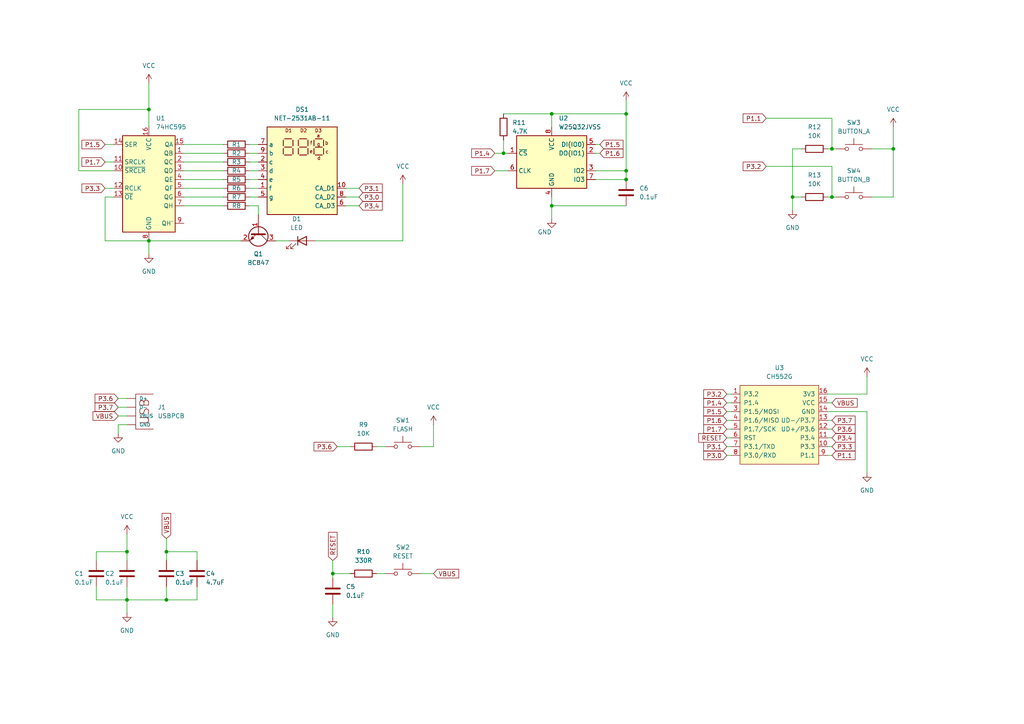
<source format=kicad_sch>
(kicad_sch (version 20211123) (generator eeschema)
  (paper "A4")
  (title_block (title "Password in a pinch") (date "2022-10-25") (rev "v.0.1") (comment 4 "Author: Jonathas Barbosa"))
  (lib_symbols
    (symbol "74xx:74HC595"
      (property "Reference" "U" (at -7.62 13.97 0))
      (property "Value" "74HC595" (at -7.62 -16.51 0))
      (symbol "74HC595_1_0"
        (pin tri_state line (at 10.16 7.62 180) (length 2.54) (name "QB") (number "1"))
        (pin input line (at -10.16 2.54 0) (length 2.54) (name "~{SRCLR}") (number "10"))
        (pin input line (at -10.16 5.08 0) (length 2.54) (name "SRCLK") (number "11"))
        (pin input line (at -10.16 -2.54 0) (length 2.54) (name "RCLK") (number "12"))
        (pin input line (at -10.16 -5.08 0) (length 2.54) (name "~{OE}") (number "13"))
        (pin input line (at -10.16 10.16 0) (length 2.54) (name "SER") (number "14"))
        (pin tri_state line (at 10.16 10.16 180) (length 2.54) (name "QA") (number "15"))
        (pin power_in line (at 0 15.24 270) (length 2.54) (name "VCC") (number "16"))
        (pin tri_state line (at 10.16 5.08 180) (length 2.54) (name "QC") (number "2"))
        (pin tri_state line (at 10.16 2.54 180) (length 2.54) (name "QD") (number "3"))
        (pin tri_state line (at 10.16 0 180) (length 2.54) (name "QE") (number "4"))
        (pin tri_state line (at 10.16 -2.54 180) (length 2.54) (name "QF") (number "5"))
        (pin tri_state line (at 10.16 -5.08 180) (length 2.54) (name "QG") (number "6"))
        (pin tri_state line (at 10.16 -7.62 180) (length 2.54) (name "QH") (number "7"))
        (pin power_in line (at 0 -17.78 90) (length 2.54) (name "GND") (number "8"))
        (pin output line (at 10.16 -12.7 180) (length 2.54) (name "QH'") (number "9"))
      )
      (symbol "74HC595_1_1"
        (rectangle (start -7.62 12.7) (end 7.62 -15.24) (stroke (width 0.254)) (fill (type background)))
      )
    )
    (symbol "CH55x:CH55xG" (pin_names (offset 1.016))
      (property "Reference" "U" (at 0 12.7 0))
      (property "Value" "CH55xG" (at 0 -12.7 0))
      (symbol "CH55xG_0_1"
        (rectangle (start -11.43 11.43) (end 11.43 -11.43) (fill (type background)))
      )
      (symbol "CH55xG_1_1"
        (pin input line (at -13.97 8.89 0) (length 2.54) (name "P3.2") (number "1"))
        (pin input line (at 13.97 -6.35 180) (length 2.54) (name "P3.3") (number "10"))
        (pin input line (at 13.97 -3.81 180) (length 2.54) (name "P3.4") (number "11"))
        (pin input line (at 13.97 -1.27 180) (length 2.54) (name "UD+/P3.6") (number "12"))
        (pin input line (at 13.97 1.27 180) (length 2.54) (name "UD-/P3.7") (number "13"))
        (pin power_in line (at 13.97 3.81 180) (length 2.54) (name "GND") (number "14"))
        (pin power_in line (at 13.97 6.35 180) (length 2.54) (name "VCC") (number "15"))
        (pin power_out line (at 13.97 8.89 180) (length 2.54) (name "3V3") (number "16"))
        (pin input line (at -13.97 6.35 0) (length 2.54) (name "P1.4") (number "2"))
        (pin input line (at -13.97 3.81 0) (length 2.54) (name "P1.5/MOSI") (number "3"))
        (pin input line (at -13.97 1.27 0) (length 2.54) (name "P1.6/MISO") (number "4"))
        (pin input line (at -13.97 -1.27 0) (length 2.54) (name "P1.7/SCK") (number "5"))
        (pin input line (at -13.97 -3.81 0) (length 2.54) (name "RST") (number "6"))
        (pin input line (at -13.97 -6.35 0) (length 2.54) (name "P3.1/TXD") (number "7"))
        (pin input line (at -13.97 -8.89 0) (length 2.54) (name "P3.0/RXD") (number "8"))
        (pin input line (at 13.97 -8.89 180) (length 2.54) (name "P1.1") (number "9"))
      )
    )
    (symbol "Device:C" (pin_numbers hide) (pin_names (offset 0.254))
      (property "Reference" "C" (at 0.635 2.54 0))
      (property "Value" "C" (at 0.635 -2.54 0))
      (symbol "C_0_1"
        (polyline (pts (xy -2.032 -0.762) (xy 2.032 -0.762)) (stroke (width 0.508)))
        (polyline (pts (xy -2.032 0.762) (xy 2.032 0.762)) (stroke (width 0.508)))
      )
      (symbol "C_1_1"
        (pin passive line (at 0 3.81 270) (length 2.794) (name "~") (number "1"))
        (pin passive line (at 0 -3.81 90) (length 2.794) (name "~") (number "2"))
      )
    )
    (symbol "Device:LED" (pin_numbers hide) (pin_names (offset 1.016) hide)
      (property "Reference" "D" (at 0 2.54 0))
      (property "Value" "LED" (at 0 -2.54 0))
      (symbol "LED_0_1"
        (polyline (pts (xy -1.27 -1.27) (xy -1.27 1.27)) (stroke (width 0.254)))
        (polyline (pts (xy -1.27 0) (xy 1.27 0)))
        (polyline (pts (xy 1.27 -1.27) (xy 1.27 1.27) (xy -1.27 0) (xy 1.27 -1.27)) (stroke (width 0.254)))
        (polyline (pts (xy -3.048 -0.762) (xy -4.572 -2.286) (xy -3.81 -2.286) (xy -4.572 -2.286) (xy -4.572 -1.524)))
        (polyline (pts (xy -1.778 -0.762) (xy -3.302 -2.286) (xy -2.54 -2.286) (xy -3.302 -2.286) (xy -3.302 -1.524)))
      )
      (symbol "LED_1_1"
        (pin passive line (at -3.81 0 0) (length 2.54) (name "K") (number "1"))
        (pin passive line (at 3.81 0 180) (length 2.54) (name "A") (number "2"))
      )
    )
    (symbol "Device:R" (pin_numbers hide) (pin_names (offset 0))
      (property "Reference" "R" (at 2.032 0 90))
      (property "Value" "R" (at 0 0 90))
      (symbol "R_0_1"
        (rectangle (start -1.016 -2.54) (end 1.016 2.54) (stroke (width 0.254)))
      )
      (symbol "R_1_1"
        (pin passive line (at 0 3.81 270) (length 1.27) (name "~") (number "1"))
        (pin passive line (at 0 -3.81 90) (length 1.27) (name "~") (number "2"))
      )
    )
    (symbol "Display_Character:NET-2531AB-11"
      (property "Reference" "DS" (at -8.89 13.97 0))
      (property "Value" "NET-2531AB-11" (at -2.794 -14.224 0))
      (symbol "NET-2531AB-11_0_0"
        (text "a" (at 4.7244 10.1854 0) (effects (font (size 0.9906 0.9906))))
        (text "b" (at 7.112 8.0772 0) (effects (font (size 0.9906 0.9906))))
        (text "c" (at 7.2136 5.5372 0) (effects (font (size 0.9906 0.9906))))
        (text "d" (at 4.8768 3.683 0) (effects (font (size 0.9906 0.9906))))
        (text "D1" (at -3.937 11.684 0) (effects (font (size 0.9906 0.9906))))
        (text "D2" (at 0.4173 11.6839 0) (effects (font (size 0.9906 0.9906))))
        (text "D3" (at 4.699 11.684 0) (effects (font (size 0.9906 0.9906))))
        (text "e" (at 2.6416 5.6388 0) (effects (font (size 0.9906 0.9906))))
        (text "f" (at 2.6416 8.1026 0) (effects (font (size 0.9906 0.9906))))
        (text "g" (at 4.7752 7.7216 0) (effects (font (size 0.9906 0.9906))))
      )
      (symbol "NET-2531AB-11_0_1"
        (rectangle (start -10.16 12.7) (end 10.16 -12.7) (stroke (width 0.254)) (fill (type background)))
        (polyline (pts (xy -5.461 4.826) (xy -5.461 6.477)) (stroke (width 0.254)))
        (polyline (pts (xy -5.461 7.239) (xy -5.461 8.89)) (stroke (width 0.254)))
        (polyline (pts (xy -5.08 4.572) (xy -3.048 4.572)) (stroke (width 0.254)))
        (polyline (pts (xy -5.08 6.858) (xy -3.048 6.858)) (stroke (width 0.254)))
        (polyline (pts (xy -5.08 9.271) (xy -3.048 9.271)) (stroke (width 0.254)))
        (polyline (pts (xy -2.667 4.826) (xy -2.667 6.477)) (stroke (width 0.254)))
        (polyline (pts (xy -2.667 7.239) (xy -2.667 8.89)) (stroke (width 0.254)))
        (polyline (pts (xy -1.1067 4.8259) (xy -1.1067 6.4769)) (stroke (width 0.254)))
        (polyline (pts (xy -1.1067 7.2389) (xy -1.1067 8.8899)) (stroke (width 0.254)))
        (polyline (pts (xy -0.7257 4.5719) (xy 1.3063 4.5719)) (stroke (width 0.254)))
        (polyline (pts (xy -0.7257 6.8579) (xy 1.3063 6.8579)) (stroke (width 0.254)))
        (polyline (pts (xy -0.7257 9.2709) (xy 1.3063 9.2709)) (stroke (width 0.254)))
        (polyline (pts (xy 1.6873 4.8259) (xy 1.6873 6.4769)) (stroke (width 0.254)))
        (polyline (pts (xy 1.6873 7.2389) (xy 1.6873 8.8899)) (stroke (width 0.254)))
        (polyline (pts (xy 3.429 4.826) (xy 3.429 6.477)) (stroke (width 0.254)))
        (polyline (pts (xy 3.429 7.239) (xy 3.429 8.89)) (stroke (width 0.254)))
        (polyline (pts (xy 3.81 4.572) (xy 5.842 4.572)) (stroke (width 0.254)))
        (polyline (pts (xy 3.81 6.858) (xy 5.842 6.858)) (stroke (width 0.254)))
        (polyline (pts (xy 3.81 9.271) (xy 5.842 9.271)) (stroke (width 0.254)))
        (polyline (pts (xy 6.223 4.826) (xy 6.223 6.477)) (stroke (width 0.254)))
        (polyline (pts (xy 6.223 7.239) (xy 6.223 8.89)) (stroke (width 0.254)))
      )
      (symbol "NET-2531AB-11_1_1"
        (pin input line (at -12.7 -5.08 0) (length 2.54) (name "f") (number "1"))
        (pin input line (at 12.7 -5.08 180) (length 2.54) (name "CA_D1") (number "10"))
        (pin input line (at -12.7 2.54 0) (length 2.54) (name "c") (number "2"))
        (pin input line (at -12.7 0 0) (length 2.54) (name "d") (number "3"))
        (pin input line (at -12.7 -2.54 0) (length 2.54) (name "e") (number "4"))
        (pin input line (at -12.7 -7.62 0) (length 2.54) (name "g") (number "5"))
        (pin input line (at 12.7 -10.16 180) (length 2.54) (name "CA_D3") (number "6"))
        (pin input line (at -12.7 7.62 0) (length 2.54) (name "a") (number "7"))
        (pin input line (at 12.7 -7.62 180) (length 2.54) (name "CA_D2") (number "8"))
        (pin input line (at -12.7 5.08 0) (length 2.54) (name "b") (number "9"))
      )
    )
    (symbol "Memory_Flash:W25Q32JVSS"
      (property "Reference" "U" (at -8.89 8.89 0))
      (property "Value" "W25Q32JVSS" (at 7.62 8.89 0))
      (symbol "W25Q32JVSS_0_1"
        (rectangle (start -10.16 7.62) (end 10.16 -7.62) (stroke (width 0.254)) (fill (type background)))
      )
      (symbol "W25Q32JVSS_1_1"
        (pin input line (at -12.7 2.54 0) (length 2.54) (name "~{CS}") (number "1"))
        (pin bidirectional line (at 12.7 2.54 180) (length 2.54) (name "DO(IO1)") (number "2"))
        (pin bidirectional line (at 12.7 -2.54 180) (length 2.54) (name "IO2") (number "3"))
        (pin power_in line (at 0 -10.16 90) (length 2.54) (name "GND") (number "4"))
        (pin bidirectional line (at 12.7 5.08 180) (length 2.54) (name "DI(IO0)") (number "5"))
        (pin input line (at -12.7 -2.54 0) (length 2.54) (name "CLK") (number "6"))
        (pin bidirectional line (at 12.7 -5.08 180) (length 2.54) (name "IO3") (number "7"))
        (pin power_in line (at 0 10.16 270) (length 2.54) (name "VCC") (number "8"))
      )
    )
    (symbol "SparkFun-Connectors:USBPCB" (pin_numbers hide) (pin_names (offset 1.016))
      (property "Reference" "J" (at 0 9.525 0))
      (property "Value" "USBPCB" (at 0 -3.81 0))
      (symbol "USBPCB_1_0"
        (polyline (pts (xy 0 -1.27) (xy 5.08 -1.27)))
        (polyline (pts (xy 0 8.89) (xy 0 -1.27)))
        (polyline (pts (xy 5.08 8.89) (xy 0 8.89)))
        (text "USB" (at 2.54 3.81 900) (effects (font (size 2.54 2.54))))
      )
      (symbol "USBPCB_1_1"
        (pin bidirectional line (at -2.54 2.54 0) (length 2.54) (name "VBUS") (number "5V"))
        (pin bidirectional line (at -2.54 0 0) (length 2.54) (name "GND") (number "GND"))
        (pin bidirectional line (at -2.54 7.62 0) (length 2.54) (name "D+") (number "USB_"))
        (pin bidirectional line (at -2.54 5.08 0) (length 2.54) (name "D-") (number "USB_"))
      )
    )
    (symbol "Switch:SW_MEC_5G" (pin_numbers hide) (pin_names (offset 1.016) hide)
      (property "Reference" "SW" (at 1.27 2.54 0))
      (property "Value" "SW_MEC_5G" (at 0 -1.524 0))
      (symbol "SW_MEC_5G_0_1"
        (circle (center -2.032 0) (radius 0.508))
        (polyline (pts (xy 0 1.27) (xy 0 3.048)))
        (polyline (pts (xy 2.54 1.27) (xy -2.54 1.27)))
        (circle (center 2.032 0) (radius 0.508))
        (pin passive line (at -5.08 0 0) (length 2.54) (name "A") (number "1"))
        (pin passive line (at 5.08 0 180) (length 2.54) (name "B") (number "3"))
      )
      (symbol "SW_MEC_5G_1_1"
        (pin passive line (at -5.08 0 0) (length 2.54) hide (name "A") (number "2"))
        (pin passive line (at 5.08 0 180) (length 2.54) hide (name "B") (number "4"))
      )
    )
    (symbol "Transistor_BJT:BC847" (pin_names (offset 0) hide)
      (property "Reference" "Q" (at 5.08 1.905 0))
      (property "Value" "BC847" (at 5.08 0 0))
      (symbol "BC847_0_1"
        (polyline (pts (xy 0.635 0.635) (xy 2.54 2.54)))
        (polyline (pts (xy 0.635 -0.635) (xy 2.54 -2.54) (xy 2.54 -2.54)))
        (polyline (pts (xy 0.635 1.905) (xy 0.635 -1.905) (xy 0.635 -1.905)) (stroke (width 0.508)))
        (polyline (pts (xy 1.27 -1.778) (xy 1.778 -1.27) (xy 2.286 -2.286) (xy 1.27 -1.778) (xy 1.27 -1.778)) (fill (type outline)))
        (circle (center 1.27 0) (radius 2.8194) (stroke (width 0.254)))
      )
      (symbol "BC847_1_1"
        (pin input line (at -5.08 0 0) (length 5.715) (name "B") (number "1"))
        (pin passive line (at 2.54 -5.08 90) (length 2.54) (name "E") (number "2"))
        (pin passive line (at 2.54 5.08 270) (length 2.54) (name "C") (number "3"))
      )
    )
    (symbol "power:GND" (power) (pin_names (offset 0))
      (property "Value" "GND" (at 0 -3.81 0))
      (symbol "GND_0_1"
        (polyline (pts (xy 0 0) (xy 0 -1.27) (xy 1.27 -1.27) (xy 0 -2.54) (xy -1.27 -1.27) (xy 0 -1.27)))
      )
      (symbol "GND_1_1"
        (pin power_in line (at 0 0 270) (length 0) hide (name "GND") (number "1"))
      )
    )
    (symbol "power:VCC" (power) (pin_names (offset 0))
      (property "Value" "VCC" (at 0 3.81 0))
      (symbol "VCC_0_1"
        (polyline (pts (xy -0.762 1.27) (xy 0 2.54)))
        (polyline (pts (xy 0 0) (xy 0 2.54)))
        (polyline (pts (xy 0 2.54) (xy 0.762 1.27)))
      )
      (symbol "VCC_1_1"
        (pin power_in line (at 0 0 90) (length 0) hide (name "VCC") (number "1"))
      )
    )
  )
  (junction (at 146.05 44.45))
  (junction (at 36.83 160.02))
  (junction (at 160.02 33.02))
  (junction (at 241.3 57.15))
  (junction (at 259.08 43.18))
  (junction (at 241.3 43.18))
  (junction (at 229.87 57.15))
  (junction (at 181.61 52.07))
  (junction (at 96.52 166.37))
  (junction (at 36.83 173.99))
  (junction (at 43.18 31.75))
  (junction (at 160.02 59.69))
  (junction (at 48.26 173.99))
  (junction (at 43.18 69.85))
  (junction (at 181.61 49.53))
  (junction (at 48.26 160.02))
  (junction (at 181.61 33.02))
  (wire (pts (xy 241.3 34.29) (xy 241.3 43.18)))
  (wire (pts (xy 72.39 41.91) (xy 74.93 41.91)))
  (wire (pts (xy 210.82 116.84) (xy 212.09 116.84)))
  (wire (pts (xy 48.26 156.21) (xy 48.26 160.02)))
  (wire (pts (xy 116.84 53.34) (xy 116.84 69.85)))
  (wire (pts (xy 53.34 54.61) (xy 64.77 54.61)))
  (wire (pts (xy 240.03 114.3) (xy 251.46 114.3)))
  (wire (pts (xy 72.39 49.53) (xy 74.93 49.53)))
  (wire (pts (xy 34.29 118.11) (xy 36.83 118.11)))
  (wire (pts (xy 53.34 52.07) (xy 64.77 52.07)))
  (wire (pts (xy 22.86 49.53) (xy 22.86 31.75)))
  (wire (pts (xy 30.48 41.91) (xy 33.02 41.91)))
  (wire (pts (xy 53.34 57.15) (xy 64.77 57.15)))
  (wire (pts (xy 43.18 69.85) (xy 43.18 73.66)))
  (wire (pts (xy 146.05 33.02) (xy 160.02 33.02)))
  (wire (pts (xy 57.15 160.02) (xy 48.26 160.02)))
  (wire (pts (xy 172.72 41.91) (xy 173.99 41.91)))
  (wire (pts (xy 241.3 48.26) (xy 241.3 57.15)))
  (wire (pts (xy 160.02 33.02) (xy 181.61 33.02)))
  (wire (pts (xy 72.39 57.15) (xy 74.93 57.15)))
  (wire (pts (xy 33.02 57.15) (xy 30.48 57.15)))
  (wire (pts (xy 160.02 59.69) (xy 160.02 63.5)))
  (wire (pts (xy 109.22 129.54) (xy 111.76 129.54)))
  (wire (pts (xy 43.18 31.75) (xy 43.18 36.83)))
  (wire (pts (xy 210.82 124.46) (xy 212.09 124.46)))
  (wire (pts (xy 57.15 170.18) (xy 57.15 173.99)))
  (wire (pts (xy 121.92 166.37) (xy 125.73 166.37)))
  (wire (pts (xy 34.29 120.65) (xy 36.83 120.65)))
  (wire (pts (xy 222.25 48.26) (xy 241.3 48.26)))
  (wire (pts (xy 160.02 36.83) (xy 160.02 33.02)))
  (wire (pts (xy 241.3 43.18) (xy 242.57 43.18)))
  (wire (pts (xy 53.34 44.45) (xy 64.77 44.45)))
  (wire (pts (xy 210.82 119.38) (xy 212.09 119.38)))
  (wire (pts (xy 181.61 33.02) (xy 181.61 49.53)))
  (wire (pts (xy 30.48 57.15) (xy 30.48 69.85)))
  (wire (pts (xy 240.03 124.46) (xy 241.3 124.46)))
  (wire (pts (xy 240.03 127) (xy 241.3 127)))
  (wire (pts (xy 125.73 123.19) (xy 125.73 129.54)))
  (wire (pts (xy 210.82 114.3) (xy 212.09 114.3)))
  (wire (pts (xy 53.34 41.91) (xy 64.77 41.91)))
  (wire (pts (xy 43.18 69.85) (xy 69.85 69.85)))
  (wire (pts (xy 210.82 132.08) (xy 212.09 132.08)))
  (wire (pts (xy 27.94 170.18) (xy 27.94 173.99)))
  (wire (pts (xy 36.83 154.94) (xy 36.83 160.02)))
  (wire (pts (xy 48.26 160.02) (xy 48.26 162.56)))
  (wire (pts (xy 72.39 46.99) (xy 74.93 46.99)))
  (wire (pts (xy 34.29 123.19) (xy 36.83 123.19)))
  (wire (pts (xy 232.41 43.18) (xy 229.87 43.18)))
  (wire (pts (xy 100.33 57.15) (xy 104.14 57.15)))
  (wire (pts (xy 241.3 57.15) (xy 242.57 57.15)))
  (wire (pts (xy 53.34 46.99) (xy 64.77 46.99)))
  (wire (pts (xy 100.33 59.69) (xy 104.14 59.69)))
  (wire (pts (xy 181.61 49.53) (xy 181.61 52.07)))
  (wire (pts (xy 210.82 127) (xy 212.09 127)))
  (wire (pts (xy 80.01 69.85) (xy 83.82 69.85)))
  (wire (pts (xy 27.94 162.56) (xy 27.94 160.02)))
  (wire (pts (xy 27.94 173.99) (xy 36.83 173.99)))
  (wire (pts (xy 125.73 129.54) (xy 121.92 129.54)))
  (wire (pts (xy 210.82 121.92) (xy 212.09 121.92)))
  (wire (pts (xy 22.86 31.75) (xy 43.18 31.75)))
  (wire (pts (xy 30.48 54.61) (xy 33.02 54.61)))
  (wire (pts (xy 57.15 173.99) (xy 48.26 173.99)))
  (wire (pts (xy 34.29 125.73) (xy 34.29 123.19)))
  (wire (pts (xy 160.02 59.69) (xy 181.61 59.69)))
  (wire (pts (xy 109.22 166.37) (xy 111.76 166.37)))
  (wire (pts (xy 143.51 49.53) (xy 147.32 49.53)))
  (wire (pts (xy 229.87 57.15) (xy 229.87 60.96)))
  (wire (pts (xy 34.29 115.57) (xy 36.83 115.57)))
  (wire (pts (xy 100.33 54.61) (xy 104.14 54.61)))
  (wire (pts (xy 30.48 46.99) (xy 33.02 46.99)))
  (wire (pts (xy 36.83 173.99) (xy 36.83 170.18)))
  (wire (pts (xy 36.83 160.02) (xy 36.83 162.56)))
  (wire (pts (xy 48.26 170.18) (xy 48.26 173.99)))
  (wire (pts (xy 181.61 33.02) (xy 181.61 29.21)))
  (wire (pts (xy 96.52 166.37) (xy 101.6 166.37)))
  (wire (pts (xy 33.02 49.53) (xy 22.86 49.53)))
  (wire (pts (xy 240.03 121.92) (xy 241.3 121.92)))
  (wire (pts (xy 172.72 49.53) (xy 181.61 49.53)))
  (wire (pts (xy 172.72 52.07) (xy 181.61 52.07)))
  (wire (pts (xy 72.39 54.61) (xy 74.93 54.61)))
  (wire (pts (xy 74.93 59.69) (xy 74.93 62.23)))
  (wire (pts (xy 72.39 52.07) (xy 74.93 52.07)))
  (wire (pts (xy 27.94 160.02) (xy 36.83 160.02)))
  (wire (pts (xy 160.02 57.15) (xy 160.02 59.69)))
  (wire (pts (xy 210.82 129.54) (xy 212.09 129.54)))
  (wire (pts (xy 43.18 24.13) (xy 43.18 31.75)))
  (wire (pts (xy 229.87 43.18) (xy 229.87 57.15)))
  (wire (pts (xy 146.05 40.64) (xy 146.05 44.45)))
  (wire (pts (xy 240.03 129.54) (xy 241.3 129.54)))
  (wire (pts (xy 259.08 57.15) (xy 252.73 57.15)))
  (wire (pts (xy 240.03 116.84) (xy 241.3 116.84)))
  (wire (pts (xy 252.73 43.18) (xy 259.08 43.18)))
  (wire (pts (xy 229.87 57.15) (xy 232.41 57.15)))
  (wire (pts (xy 53.34 49.53) (xy 64.77 49.53)))
  (wire (pts (xy 143.51 44.45) (xy 146.05 44.45)))
  (wire (pts (xy 240.03 132.08) (xy 241.3 132.08)))
  (wire (pts (xy 30.48 69.85) (xy 43.18 69.85)))
  (wire (pts (xy 96.52 166.37) (xy 96.52 167.64)))
  (wire (pts (xy 97.79 129.54) (xy 101.6 129.54)))
  (wire (pts (xy 48.26 173.99) (xy 36.83 173.99)))
  (wire (pts (xy 259.08 36.83) (xy 259.08 43.18)))
  (wire (pts (xy 72.39 44.45) (xy 74.93 44.45)))
  (wire (pts (xy 251.46 137.16) (xy 251.46 119.38)))
  (wire (pts (xy 222.25 34.29) (xy 241.3 34.29)))
  (wire (pts (xy 96.52 175.26) (xy 96.52 179.07)))
  (wire (pts (xy 259.08 43.18) (xy 259.08 57.15)))
  (wire (pts (xy 96.52 162.56) (xy 96.52 166.37)))
  (wire (pts (xy 57.15 162.56) (xy 57.15 160.02)))
  (wire (pts (xy 72.39 59.69) (xy 74.93 59.69)))
  (wire (pts (xy 172.72 44.45) (xy 173.99 44.45)))
  (wire (pts (xy 240.03 43.18) (xy 241.3 43.18)))
  (wire (pts (xy 240.03 57.15) (xy 241.3 57.15)))
  (wire (pts (xy 53.34 59.69) (xy 64.77 59.69)))
  (wire (pts (xy 36.83 173.99) (xy 36.83 177.8)))
  (wire (pts (xy 91.44 69.85) (xy 116.84 69.85)))
  (wire (pts (xy 146.05 44.45) (xy 147.32 44.45)))
  (wire (pts (xy 240.03 119.38) (xy 251.46 119.38)))
  (wire (pts (xy 251.46 109.22) (xy 251.46 114.3)))
  (global_label "P3.6" (shape input) (at 97.79 129.54 180) (property "Intersheet References" "${INTERSHEET_REFS}" (effects hide)))
  (global_label "P3.4" (shape input) (at 241.3 127 0) (property "Intersheet References" "${INTERSHEET_REFS}" (effects hide)))
  (global_label "P3.3" (shape input) (at 241.3 129.54 0) (property "Intersheet References" "${INTERSHEET_REFS}" (effects hide)))
  (global_label "P1.4" (shape input) (at 210.82 116.84 180) (property "Intersheet References" "${INTERSHEET_REFS}" (effects hide)))
  (global_label "P3.6" (shape input) (at 241.3 124.46 0) (property "Intersheet References" "${INTERSHEET_REFS}" (effects hide)))
  (global_label "P1.7" (shape input) (at 30.48 46.99 180) (property "Intersheet References" "${INTERSHEET_REFS}" (effects hide)))
  (global_label "RESET" (shape input) (at 210.82 127 180) (property "Intersheet References" "${INTERSHEET_REFS}" (effects hide)))
  (global_label "VBUS" (shape input) (at 125.73 166.37 0) (property "Intersheet References" "${INTERSHEET_REFS}" (effects hide)))
  (global_label "P3.3" (shape input) (at 30.48 54.61 180) (property "Intersheet References" "${INTERSHEET_REFS}" (effects hide)))
  (global_label "P3.1" (shape input) (at 104.14 54.61 0) (property "Intersheet References" "${INTERSHEET_REFS}" (effects hide)))
  (global_label "P3.2" (shape input) (at 222.25 48.26 180) (property "Intersheet References" "${INTERSHEET_REFS}" (effects hide)))
  (global_label "P1.6" (shape input) (at 173.99 44.45 0) (property "Intersheet References" "${INTERSHEET_REFS}" (effects hide)))
  (global_label "P3.4" (shape input) (at 104.14 59.69 0) (property "Intersheet References" "${INTERSHEET_REFS}" (effects hide)))
  (global_label "P1.1" (shape input) (at 222.25 34.29 180) (property "Intersheet References" "${INTERSHEET_REFS}" (effects hide)))
  (global_label "P3.2" (shape input) (at 210.82 114.3 180) (property "Intersheet References" "${INTERSHEET_REFS}" (effects hide)))
  (global_label "P3.7" (shape input) (at 241.3 121.92 0) (property "Intersheet References" "${INTERSHEET_REFS}" (effects hide)))
  (global_label "VBUS" (shape input) (at 34.29 120.65 180) (property "Intersheet References" "${INTERSHEET_REFS}" (effects hide)))
  (global_label "P1.5" (shape input) (at 30.48 41.91 180) (property "Intersheet References" "${INTERSHEET_REFS}" (effects hide)))
  (global_label "P1.1" (shape input) (at 241.3 132.08 0) (property "Intersheet References" "${INTERSHEET_REFS}" (effects hide)))
  (global_label "P1.5" (shape input) (at 210.82 119.38 180) (property "Intersheet References" "${INTERSHEET_REFS}" (effects hide)))
  (global_label "P3.0" (shape input) (at 210.82 132.08 180) (property "Intersheet References" "${INTERSHEET_REFS}" (effects hide)))
  (global_label "P1.6" (shape input) (at 210.82 121.92 180) (property "Intersheet References" "${INTERSHEET_REFS}" (effects hide)))
  (global_label "P1.5" (shape input) (at 173.99 41.91 0) (property "Intersheet References" "${INTERSHEET_REFS}" (effects hide)))
  (global_label "P3.7" (shape input) (at 34.29 118.11 180) (property "Intersheet References" "${INTERSHEET_REFS}" (effects hide)))
  (global_label "P3.0" (shape input) (at 104.14 57.15 0) (property "Intersheet References" "${INTERSHEET_REFS}" (effects hide)))
  (global_label "P1.4" (shape input) (at 143.51 44.45 180) (property "Intersheet References" "${INTERSHEET_REFS}" (effects hide)))
  (global_label "P3.1" (shape input) (at 210.82 129.54 180) (property "Intersheet References" "${INTERSHEET_REFS}" (effects hide)))
  (global_label "VBUS" (shape input) (at 241.3 116.84 0) (property "Intersheet References" "${INTERSHEET_REFS}" (effects hide)))
  (global_label "P1.7" (shape input) (at 210.82 124.46 180) (property "Intersheet References" "${INTERSHEET_REFS}" (effects hide)))
  (global_label "RESET" (shape input) (at 96.52 162.56 90) (property "Intersheet References" "${INTERSHEET_REFS}" (effects hide)))
  (global_label "P1.7" (shape input) (at 143.51 49.53 180) (property "Intersheet References" "${INTERSHEET_REFS}" (effects hide)))
  (global_label "VBUS" (shape input) (at 48.26 156.21 90) (property "Intersheet References" "${INTERSHEET_REFS}" (effects hide)))
  (global_label "P3.6" (shape input) (at 34.29 115.57 180) (property "Intersheet References" "${INTERSHEET_REFS}" (effects hide)))
  (symbol (lib_id "Device:R") (at 68.58 49.53 90) (unit 1)
    (property "Reference" "R4" (at 68.58 49.53 90))
    (property "Value" "1K" (effects hide))
    (property "Footprint" "Resistor_SMD:R_1206_3216Metric" (effects hide))
  )
  (symbol (lib_id "Device:C") (at 181.61 55.88 180) (unit 1)
    (property "Reference" "C6" (at 185.42 54.6099 0) (effects (justify right)))
    (property "Value" "0.1uF" (at 185.42 57.1499 0) (effects (justify right)))
    (property "Footprint" "Capacitor_SMD:C_1206_3216Metric" (effects hide))
  )
  (symbol (lib_id "Device:R") (at 105.41 166.37 90) (unit 1)
    (property "Reference" "R10" (at 105.41 160.02 90))
    (property "Value" "330R" (at 105.41 162.56 90))
    (property "Footprint" "Resistor_SMD:R_1206_3216Metric" (effects hide))
  )
  (symbol (lib_id "Device:R") (at 68.58 46.99 90) (unit 1)
    (property "Reference" "R3" (at 68.58 46.99 90))
    (property "Value" "1K" (effects hide))
    (property "Footprint" "Resistor_SMD:R_1206_3216Metric" (effects hide))
  )
  (symbol (lib_id "power:VCC") (at 125.73 123.19 0) (unit 1)
    (property "Reference" "#PWR0113" (effects hide))
    (property "Value" "VCC" (at 125.73 118.11 0))
  )
  (symbol (lib_id "Device:C") (at 36.83 166.37 0) (unit 1)
    (property "Reference" "C2" (at 30.48 166.37 0) (effects (justify left)))
    (property "Value" "0.1uF" (at 30.48 168.91 0) (effects (justify left)))
    (property "Footprint" "Capacitor_SMD:C_1206_3216Metric" (effects hide))
  )
  (symbol (lib_id "power:VCC") (at 259.08 36.83 0) (unit 1)
    (property "Reference" "#PWR0101" (effects hide))
    (property "Value" "VCC" (at 259.08 31.75 0))
  )
  (symbol (lib_id "74xx:74HC595") (at 43.18 52.07 0) (unit 1)
    (property "Reference" "U1" (at 45.1994 34.29 0) (effects (justify left)))
    (property "Value" "74HC595" (at 45.1994 36.83 0) (effects (justify left)))
    (property "Footprint" "Package_SO:SOP-16_3.9x9.9mm_P1.27mm" (effects hide))
    (property "Datasheet" "http://www.ti.com/lit/ds/symlink/sn74hc595.pdf" (effects hide))
  )
  (symbol (lib_id "Device:R") (at 68.58 57.15 90) (unit 1)
    (property "Reference" "R7" (at 68.58 57.15 90))
    (property "Value" "1K" (effects hide))
    (property "Footprint" "Resistor_SMD:R_1206_3216Metric" (effects hide))
  )
  (symbol (lib_id "Device:R") (at 68.58 44.45 90) (unit 1)
    (property "Reference" "R2" (at 68.58 44.45 90))
    (property "Value" "1K" (effects hide))
    (property "Footprint" "Resistor_SMD:R_1206_3216Metric" (effects hide))
  )
  (symbol (lib_id "Device:R") (at 146.05 36.83 0) (unit 1)
    (property "Reference" "R11" (at 148.59 35.5599 0) (effects (justify left)))
    (property "Value" "4.7K" (at 148.59 38.0999 0) (effects (justify left)))
    (property "Footprint" "Resistor_SMD:R_1206_3216Metric" (effects hide))
  )
  (symbol (lib_id "Device:C") (at 57.15 166.37 0) (unit 1)
    (property "Reference" "C4" (at 59.69 166.37 0) (effects (justify left)))
    (property "Value" "4.7uF" (at 59.69 168.91 0) (effects (justify left)))
    (property "Footprint" "Capacitor_SMD:C_1206_3216Metric" (effects hide))
  )
  (symbol (lib_id "power:GND") (at 96.52 179.07 0) (unit 1)
    (property "Reference" "#PWR0114" (effects hide))
    (property "Value" "GND" (at 96.52 184.15 0))
  )
  (symbol (lib_id "power:VCC") (at 36.83 154.94 0) (unit 1)
    (property "Reference" "#PWR0109" (effects hide))
    (property "Value" "VCC" (at 36.83 149.86 0))
  )
  (symbol (lib_id "Switch:SW_MEC_5G") (at 116.84 129.54 0) (unit 1)
    (property "Reference" "SW1" (at 116.84 121.92 0))
    (property "Value" "FLASH" (at 116.84 124.46 0))
    (property "Footprint" "Button_Switch_SMD:SW_Push_1P1T_NO_6x6mm_H9.5mm" (effects hide))
    (property "Datasheet" "http://www.apem.com/int/index.php?controller=attachment&id_attachment=488" (effects hide))
  )
  (symbol (lib_id "power:VCC") (at 116.84 53.34 0) (unit 1)
    (property "Reference" "#PWR0108" (effects hide))
    (property "Value" "VCC" (at 116.84 48.26 0))
  )
  (symbol (lib_id "Switch:SW_MEC_5G") (at 247.65 57.15 0) (unit 1)
    (property "Reference" "SW4" (at 247.65 49.53 0))
    (property "Value" "BUTTON_B" (at 247.65 52.07 0))
    (property "Footprint" "Button_Switch_SMD:SW_Push_1P1T_NO_6x6mm_H9.5mm" (effects hide))
    (property "Datasheet" "http://www.apem.com/int/index.php?controller=attachment&id_attachment=488" (effects hide))
  )
  (symbol (lib_id "Device:R") (at 68.58 52.07 90) (unit 1)
    (property "Reference" "R5" (at 68.58 52.07 90))
    (property "Value" "1K" (effects hide))
    (property "Footprint" "Resistor_SMD:R_1206_3216Metric" (effects hide))
  )
  (symbol (lib_id "power:GND") (at 36.83 177.8 0) (unit 1)
    (property "Reference" "#PWR0110" (effects hide))
    (property "Value" "GND" (at 36.83 182.88 0))
  )
  (symbol (lib_id "Device:R") (at 236.22 57.15 90) (unit 1)
    (property "Reference" "R13" (at 236.22 50.8 90))
    (property "Value" "10K" (at 236.22 53.34 90))
    (property "Footprint" "Resistor_SMD:R_1206_3216Metric" (effects hide))
  )
  (symbol (lib_id "Transistor_BJT:BC847") (at 74.93 67.31 270) (unit 1)
    (property "Reference" "Q1" (at 74.93 73.66 90))
    (property "Value" "BC847" (at 74.93 76.2 90))
    (property "Footprint" "Package_TO_SOT_SMD:SOT-23" (effects hide))
    (property "Datasheet" "http://www.infineon.com/dgdl/Infineon-BC847SERIES_BC848SERIES_BC849SERIES_BC850SERIES-DS-v01_01-en.pdf?fileId=db3a304314dca389011541d4630a1657" (effects hide))
  )
  (symbol (lib_id "power:VCC") (at 251.46 109.22 0) (unit 1)
    (property "Reference" "#PWR0105" (effects hide))
    (property "Value" "VCC" (at 251.46 104.14 0))
  )
  (symbol (lib_id "Device:R") (at 68.58 59.69 90) (unit 1)
    (property "Reference" "R8" (at 68.58 59.69 90))
    (property "Value" "1K" (effects hide))
    (property "Footprint" "Resistor_SMD:R_1206_3216Metric" (effects hide))
  )
  (symbol (lib_id "SparkFun-Connectors:USBPCB") (at 39.37 123.19 0) (unit 1)
    (property "Reference" "J1" (at 45.72 118.1099 0) (effects (justify left)))
    (property "Value" "USBPCB" (at 45.72 120.6499 0) (effects (justify left)))
    (property "Footprint" "SparkFun-Connectors:USB-A-PCB" (effects hide))
  )
  (symbol (lib_id "power:GND") (at 34.29 125.73 0) (unit 1)
    (property "Reference" "#PWR0104" (effects hide))
    (property "Value" "GND" (at 34.29 130.81 0))
  )
  (symbol (lib_id "CH55x:CH55xG") (at 226.06 123.19 0) (unit 1)
    (property "Reference" "U3" (at 226.06 106.68 0))
    (property "Value" "CH552G" (at 226.06 109.22 0))
    (property "Footprint" "Package_SO:SOP-16_3.9x9.9mm_P1.27mm" (effects hide))
  )
  (symbol (lib_id "Device:R") (at 236.22 43.18 90) (unit 1)
    (property "Reference" "R12" (at 236.22 36.83 90))
    (property "Value" "10K" (at 236.22 39.37 90))
    (property "Footprint" "Resistor_SMD:R_1206_3216Metric" (effects hide))
  )
  (symbol (lib_id "Memory_Flash:W25Q32JVSS") (at 160.02 46.99 0) (unit 1)
    (property "Reference" "U2" (at 162.0394 34.29 0) (effects (justify left)))
    (property "Value" "W25Q32JVSS" (at 162.0394 36.83 0) (effects (justify left)))
    (property "Footprint" "Package_SO:SOIC-8_5.23x5.23mm_P1.27mm" (effects hide))
    (property "Datasheet" "http://www.winbond.com/resource-files/w25q32jv%20revg%2003272018%20plus.pdf" (effects hide))
  )
  (symbol (lib_id "Switch:SW_MEC_5G") (at 116.84 166.37 0) (unit 1)
    (property "Reference" "SW2" (at 116.84 158.75 0))
    (property "Value" "RESET" (at 116.84 161.29 0))
    (property "Footprint" "Button_Switch_SMD:SW_Push_1P1T_NO_6x6mm_H9.5mm" (effects hide))
    (property "Datasheet" "http://www.apem.com/int/index.php?controller=attachment&id_attachment=488" (effects hide))
  )
  (symbol (lib_id "power:GND") (at 229.87 60.96 0) (unit 1)
    (property "Reference" "#PWR0102" (effects hide))
    (property "Value" "GND" (at 229.87 66.04 0))
  )
  (symbol (lib_id "Device:C") (at 27.94 166.37 0) (unit 1)
    (property "Reference" "C1" (at 21.59 166.37 0) (effects (justify left)))
    (property "Value" "0.1uF" (at 21.59 168.91 0) (effects (justify left)))
    (property "Footprint" "Capacitor_SMD:C_1206_3216Metric" (effects hide))
  )
  (symbol (lib_id "Device:R") (at 68.58 41.91 90) (unit 1)
    (property "Reference" "R1" (at 68.58 41.91 90))
    (property "Value" "1K" (effects hide))
    (property "Footprint" "Resistor_SMD:R_1206_3216Metric" (effects hide))
  )
  (symbol (lib_id "power:VCC") (at 181.61 29.21 0) (unit 1)
    (property "Reference" "#PWR0111" (effects hide))
    (property "Value" "VCC" (at 181.61 24.13 0))
  )
  (symbol (lib_id "Switch:SW_MEC_5G") (at 247.65 43.18 0) (unit 1)
    (property "Reference" "SW3" (at 247.65 35.56 0))
    (property "Value" "BUTTON_A" (at 247.65 38.1 0))
    (property "Footprint" "Button_Switch_SMD:SW_Push_1P1T_NO_6x6mm_H9.5mm" (effects hide))
    (property "Datasheet" "http://www.apem.com/int/index.php?controller=attachment&id_attachment=488" (effects hide))
  )
  (symbol (lib_id "Device:LED") (at 87.63 69.85 0) (unit 1)
    (property "Reference" "D1" (at 86.0425 63.5 0))
    (property "Value" "LED" (at 86.0425 66.04 0))
    (property "Footprint" "LED_SMD:LED_1206_3216Metric" (effects hide))
  )
  (symbol (lib_id "power:GND") (at 251.46 137.16 0) (unit 1)
    (property "Reference" "#PWR0106" (effects hide))
    (property "Value" "GND" (at 251.46 142.24 0))
  )
  (symbol (lib_id "Device:R") (at 105.41 129.54 90) (unit 1)
    (property "Reference" "R9" (at 105.41 123.19 90))
    (property "Value" "10K" (at 105.41 125.73 90))
    (property "Footprint" "Resistor_SMD:R_1206_3216Metric" (effects hide))
  )
  (symbol (lib_id "power:VCC") (at 43.18 24.13 0) (unit 1)
    (property "Reference" "#PWR0107" (effects hide))
    (property "Value" "VCC" (at 43.18 19.05 0))
  )
  (symbol (lib_id "Device:C") (at 48.26 166.37 0) (unit 1)
    (property "Reference" "C3" (at 50.8 166.37 0) (effects (justify left)))
    (property "Value" "0.1uF" (at 50.8 168.91 0) (effects (justify left)))
    (property "Footprint" "Capacitor_SMD:C_1206_3216Metric" (effects hide))
  )
  (symbol (lib_id "Device:R") (at 68.58 54.61 90) (unit 1)
    (property "Reference" "R6" (at 68.58 54.61 90))
    (property "Value" "1K" (effects hide))
    (property "Footprint" "Resistor_SMD:R_1206_3216Metric" (effects hide))
  )
  (symbol (lib_id "power:GND") (at 43.18 73.66 0) (unit 1)
    (property "Reference" "#PWR0103" (effects hide))
    (property "Value" "GND" (at 43.18 78.74 0))
  )
  (symbol (lib_id "Device:C") (at 96.52 171.45 0) (unit 1)
    (property "Reference" "C5" (at 100.33 170.1799 0) (effects (justify left)))
    (property "Value" "0.1uF" (at 100.33 172.7199 0) (effects (justify left)))
    (property "Footprint" "Capacitor_SMD:C_1206_3216Metric" (effects hide))
  )
  (symbol (lib_id "power:GND") (at 160.02 63.5 0) (unit 1)
    (property "Reference" "#PWR0112" (effects hide))
    (property "Value" "GND" (at 160.0201 67.31 0) (effects (justify right)))
  )
  (symbol (lib_id "Display_Character:NET-2531AB-11") (at 87.63 49.53 0) (unit 1)
    (property "Reference" "DS1" (at 87.63 31.75 0))
    (property "Value" "NET-2531AB-11" (at 87.63 34.29 0))
    (property "Footprint" "Connector_PinSocket_2.54mm:PinSocket_2x05_P2.54mm_Vertical" (effects hide))
  )
)
</source>
